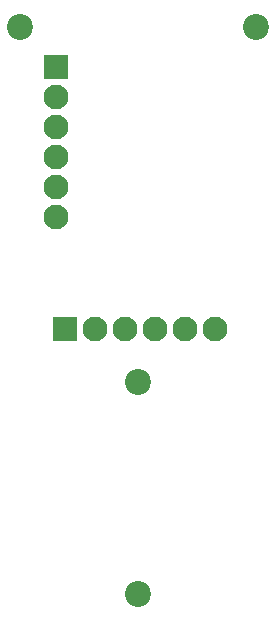
<source format=gbr>
%TF.GenerationSoftware,KiCad,Pcbnew,(6.0.6-0)*%
%TF.CreationDate,2023-05-31T20:28:53-07:00*%
%TF.ProjectId,HCT20,48435432-302e-46b6-9963-61645f706362,rev?*%
%TF.SameCoordinates,Original*%
%TF.FileFunction,Soldermask,Bot*%
%TF.FilePolarity,Negative*%
%FSLAX46Y46*%
G04 Gerber Fmt 4.6, Leading zero omitted, Abs format (unit mm)*
G04 Created by KiCad (PCBNEW (6.0.6-0)) date 2023-05-31 20:28:53*
%MOMM*%
%LPD*%
G01*
G04 APERTURE LIST*
%ADD10C,2.200000*%
%ADD11R,2.100000X2.100000*%
%ADD12C,2.100000*%
G04 APERTURE END LIST*
D10*
%TO.C,REF\u002A\u002A*%
X110000000Y-118000000D03*
%TD*%
%TO.C,REF\u002A\u002A*%
X120000000Y-70000000D03*
%TD*%
%TO.C,REF\u002A\u002A*%
X110000000Y-100000000D03*
%TD*%
D11*
%TO.C,J1*%
X103840000Y-95550000D03*
D12*
X106380000Y-95550000D03*
X108920000Y-95550000D03*
X111460000Y-95550000D03*
X114000000Y-95550000D03*
X116540000Y-95550000D03*
%TD*%
D10*
%TO.C,REF\u002A\u002A*%
X100000000Y-70000000D03*
%TD*%
D11*
%TO.C,J2*%
X103100000Y-73400000D03*
D12*
X103100000Y-75940000D03*
X103100000Y-78480000D03*
X103100000Y-81020000D03*
X103100000Y-83560000D03*
X103100000Y-86100000D03*
%TD*%
M02*

</source>
